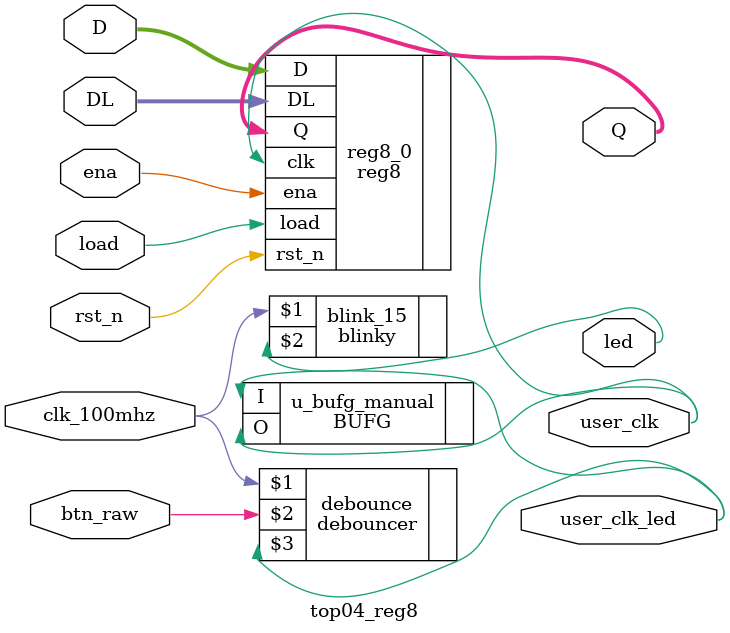
<source format=v>
module top04_reg8(
    input wire clk_100mhz,
    input wire btn_raw,
    input wire [7:0] D,
    input wire [7:0] DL,
    input wire rst_n,
    input wire ena,
    input wire load,
    output wire [7:0] Q,
    output wire led,
    output wire user_clk_led, 
    output wire user_clk
    );

   
    blinky                           blink_15(clk_100mhz, led);
    
    debouncer #(.COUNT_MAX(250000))  debounce(clk_100mhz, btn_raw, user_clk_led);
    BUFG                             u_bufg_manual (.I(user_clk_led), .O(user_clk)); //usr_clk to be used as a clock signal
    
    reg8                             reg8_0(.clk(user_clk), .rst_n(rst_n), .ena(ena), .load(load), .D(D), .DL(DL), .Q(Q));    

endmodule

</source>
